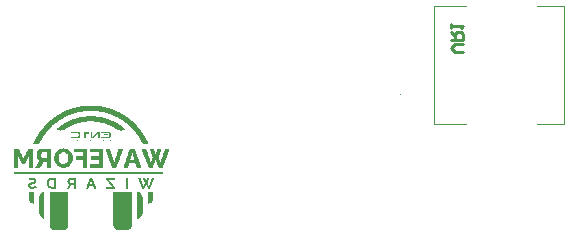
<source format=gbo>
G04*
G04 #@! TF.GenerationSoftware,Altium Limited,Altium Designer,23.2.1 (34)*
G04*
G04 Layer_Color=32896*
%FSLAX44Y44*%
%MOMM*%
G71*
G04*
G04 #@! TF.SameCoordinates,3219B47F-80F4-41BA-9109-FB6CE15A0C88*
G04*
G04*
G04 #@! TF.FilePolarity,Positive*
G04*
G01*
G75*
%ADD13C,0.1000*%
%ADD14C,0.2540*%
G36*
X87950Y193962D02*
X89907D01*
Y193717D01*
X91619D01*
Y193473D01*
X92597D01*
Y193228D01*
X93820D01*
Y192984D01*
X94798D01*
Y192739D01*
X95777D01*
Y192494D01*
X96511D01*
Y192250D01*
X97244D01*
Y192005D01*
X97978D01*
Y191761D01*
X98712D01*
Y191516D01*
X99446D01*
Y191271D01*
X99935D01*
Y191027D01*
X100669D01*
Y190782D01*
X101158D01*
Y190538D01*
X101647D01*
Y190293D01*
X102381D01*
Y190048D01*
X102870D01*
Y189804D01*
X103359D01*
Y189559D01*
X103848D01*
Y189315D01*
X104338D01*
Y189070D01*
X104827D01*
Y188825D01*
X105071D01*
Y188581D01*
X105561D01*
Y188336D01*
X106050D01*
Y188092D01*
X106539D01*
Y187847D01*
X106784D01*
Y187603D01*
X107273D01*
Y187358D01*
X107517D01*
Y187113D01*
X108006D01*
Y186869D01*
X108251D01*
Y186624D01*
X108740D01*
Y186380D01*
X108985D01*
Y186135D01*
X109474D01*
Y185890D01*
X109719D01*
Y185646D01*
X109963D01*
Y185401D01*
X110452D01*
Y185157D01*
X110697D01*
Y184912D01*
X110942D01*
Y184667D01*
X111186D01*
Y184423D01*
X111675D01*
Y184178D01*
X111920D01*
Y183934D01*
X112164D01*
Y183689D01*
X112409D01*
Y183444D01*
X112654D01*
Y183200D01*
X112898D01*
Y182955D01*
X112654D01*
Y182711D01*
X112164D01*
Y182466D01*
X111431D01*
Y182222D01*
X110208D01*
Y181977D01*
X108740D01*
Y182222D01*
X107273D01*
Y182466D01*
X106784D01*
Y182711D01*
X106294D01*
Y182955D01*
X105805D01*
Y183200D01*
X105316D01*
Y183444D01*
X105071D01*
Y183689D01*
X104582D01*
Y183934D01*
X104093D01*
Y184178D01*
X103848D01*
Y184423D01*
X103359D01*
Y184667D01*
X103115D01*
Y184912D01*
X102625D01*
Y185157D01*
X102136D01*
Y185401D01*
X101647D01*
Y185646D01*
X101158D01*
Y185890D01*
X100669D01*
Y186135D01*
X100180D01*
Y186380D01*
X99446D01*
Y186624D01*
X98956D01*
Y186869D01*
X98223D01*
Y187113D01*
X97734D01*
Y187358D01*
X97000D01*
Y187603D01*
X96266D01*
Y187847D01*
X95532D01*
Y188092D01*
X94798D01*
Y188336D01*
X93820D01*
Y188581D01*
X92842D01*
Y188825D01*
X91863D01*
Y189070D01*
X90396D01*
Y189315D01*
X88928D01*
Y189559D01*
X86727D01*
Y189804D01*
X80857D01*
Y189559D01*
X78655D01*
Y189315D01*
X77188D01*
Y189070D01*
X75720D01*
Y188825D01*
X74742D01*
Y188581D01*
X73763D01*
Y188336D01*
X72785D01*
Y188092D01*
X72051D01*
Y187847D01*
X71318D01*
Y187603D01*
X70584D01*
Y187358D01*
X69850D01*
Y187113D01*
X69361D01*
Y186869D01*
X68627D01*
Y186624D01*
X68138D01*
Y186380D01*
X67404D01*
Y186135D01*
X66915D01*
Y185890D01*
X66426D01*
Y185646D01*
X65936D01*
Y185401D01*
X65447D01*
Y185157D01*
X64958D01*
Y184912D01*
X64469D01*
Y184667D01*
X64224D01*
Y184423D01*
X63735D01*
Y184178D01*
X63491D01*
Y183934D01*
X63001D01*
Y183689D01*
X62512D01*
Y183444D01*
X62268D01*
Y183200D01*
X61778D01*
Y182955D01*
X61289D01*
Y182711D01*
X60800D01*
Y182466D01*
X60311D01*
Y182222D01*
X58843D01*
Y181977D01*
X57376D01*
Y182222D01*
X56153D01*
Y182466D01*
X55419D01*
Y182711D01*
X54930D01*
Y182955D01*
X54685D01*
Y183200D01*
X54930D01*
Y183444D01*
X55174D01*
Y183689D01*
X55419D01*
Y183934D01*
X55664D01*
Y184178D01*
X55908D01*
Y184423D01*
X56397D01*
Y184667D01*
X56642D01*
Y184912D01*
X56887D01*
Y185157D01*
X57131D01*
Y185401D01*
X57620D01*
Y185646D01*
X57865D01*
Y185890D01*
X58110D01*
Y186135D01*
X58599D01*
Y186380D01*
X58843D01*
Y186624D01*
X59332D01*
Y186869D01*
X59577D01*
Y187113D01*
X60066D01*
Y187358D01*
X60311D01*
Y187603D01*
X60800D01*
Y187847D01*
X61045D01*
Y188092D01*
X61534D01*
Y188336D01*
X62023D01*
Y188581D01*
X62512D01*
Y188825D01*
X62757D01*
Y189070D01*
X63246D01*
Y189315D01*
X63735D01*
Y189559D01*
X64224D01*
Y189804D01*
X64714D01*
Y190048D01*
X65203D01*
Y190293D01*
X65936D01*
Y190538D01*
X66426D01*
Y190782D01*
X66915D01*
Y191027D01*
X67649D01*
Y191271D01*
X68138D01*
Y191516D01*
X68872D01*
Y191761D01*
X69605D01*
Y192005D01*
X70339D01*
Y192250D01*
X71073D01*
Y192494D01*
X71807D01*
Y192739D01*
X72785D01*
Y192984D01*
X73763D01*
Y193228D01*
X74986D01*
Y193473D01*
X75965D01*
Y193717D01*
X77677D01*
Y193962D01*
X79634D01*
Y194207D01*
X87950D01*
Y193962D01*
D02*
G37*
G36*
X98467Y178553D02*
X98712D01*
Y178063D01*
X95288D01*
Y178797D01*
X98467D01*
Y178553D01*
D02*
G37*
G36*
X91130Y180754D02*
X91374D01*
Y175618D01*
X90151D01*
Y179776D01*
X89662D01*
Y179531D01*
X89173D01*
Y179042D01*
X88928D01*
Y178797D01*
X88684D01*
Y178553D01*
X88439D01*
Y178308D01*
X88194D01*
Y178063D01*
X87950D01*
Y177819D01*
X87705D01*
Y177330D01*
X87461D01*
Y177085D01*
X87216D01*
Y176840D01*
X86972D01*
Y176596D01*
X86727D01*
Y176351D01*
X86482D01*
Y176107D01*
X86238D01*
Y175862D01*
X85749D01*
Y175618D01*
X83792D01*
Y180754D01*
Y180998D01*
X84770D01*
Y176840D01*
X85504D01*
Y177085D01*
X85749D01*
Y177330D01*
X85993D01*
Y177574D01*
X86238D01*
Y177819D01*
X86482D01*
Y178063D01*
X86727D01*
Y178308D01*
X86972D01*
Y178797D01*
X87216D01*
Y179042D01*
X87461D01*
Y179286D01*
X87705D01*
Y179531D01*
X87950D01*
Y179776D01*
X88194D01*
Y180020D01*
X88439D01*
Y180265D01*
X88684D01*
Y180509D01*
X88928D01*
Y180754D01*
X89662D01*
Y180998D01*
X91130D01*
Y180754D01*
D02*
G37*
G36*
X99690D02*
X100180D01*
Y180265D01*
X100424D01*
Y176351D01*
X100180D01*
Y176107D01*
X99935D01*
Y175862D01*
X99446D01*
Y175618D01*
X92597D01*
Y176840D01*
X98956D01*
Y177085D01*
X99201D01*
Y179776D01*
X92842D01*
Y180020D01*
X92597D01*
Y180998D01*
X99690D01*
Y180754D01*
D02*
G37*
G36*
X73519D02*
X74253D01*
Y180509D01*
X74497D01*
Y180265D01*
X74742D01*
Y176351D01*
X74497D01*
Y176107D01*
X74253D01*
Y175862D01*
X74008D01*
Y175618D01*
X66915D01*
Y176840D01*
X73274D01*
Y177085D01*
X73519D01*
Y179531D01*
X73274D01*
Y179776D01*
X66915D01*
Y180998D01*
X73519D01*
Y180754D01*
D02*
G37*
G36*
X79145D02*
X82569D01*
Y179531D01*
X79389D01*
Y175373D01*
X78166D01*
Y179776D01*
X77677D01*
Y180020D01*
X77922D01*
Y180509D01*
X78166D01*
Y180754D01*
X78411D01*
Y180998D01*
X79145D01*
Y180754D01*
D02*
G37*
G36*
X97000Y173905D02*
X96755D01*
Y174150D01*
X97000D01*
Y173905D01*
D02*
G37*
G36*
X100424Y173661D02*
X100180D01*
Y173905D01*
X99446D01*
Y174150D01*
X100424D01*
Y173661D01*
D02*
G37*
G36*
X98956D02*
X98712D01*
Y173905D01*
X98956D01*
Y173661D01*
D02*
G37*
G36*
X95288D02*
X95043D01*
Y173905D01*
X95288D01*
Y173661D01*
D02*
G37*
G36*
X94554D02*
X94309D01*
Y173905D01*
X94554D01*
Y173661D01*
D02*
G37*
G36*
X94065D02*
X93820D01*
Y173905D01*
X94065D01*
Y173661D01*
D02*
G37*
G36*
X91863D02*
X91619D01*
Y173905D01*
X91863D01*
Y173661D01*
D02*
G37*
G36*
X88439D02*
X88194D01*
Y173905D01*
X88439D01*
Y173661D01*
D02*
G37*
G36*
X87461D02*
X86972D01*
Y173905D01*
X87216D01*
Y174150D01*
X87461D01*
Y173661D01*
D02*
G37*
G36*
X85504D02*
X85259D01*
Y173905D01*
X85504D01*
Y173661D01*
D02*
G37*
G36*
X84770D02*
X84526D01*
Y173905D01*
X84770D01*
Y173661D01*
D02*
G37*
G36*
X84281D02*
X84036D01*
Y173905D01*
X84281D01*
Y173661D01*
D02*
G37*
G36*
X83547D02*
X83303D01*
Y173905D01*
X83547D01*
Y173661D01*
D02*
G37*
G36*
X83058D02*
X82813D01*
Y173905D01*
X83058D01*
Y173661D01*
D02*
G37*
G36*
X82324D02*
X82080D01*
Y173905D01*
X82324D01*
Y173661D01*
D02*
G37*
G36*
X81590D02*
X81346D01*
Y173905D01*
X81590D01*
Y173661D01*
D02*
G37*
G36*
X80612D02*
X80123D01*
Y173905D01*
X80612D01*
Y173661D01*
D02*
G37*
G36*
X78900D02*
X78655D01*
Y173905D01*
X78900D01*
Y173661D01*
D02*
G37*
G36*
X78166D02*
X77922D01*
Y173905D01*
X78166D01*
Y173661D01*
D02*
G37*
G36*
X76943D02*
X76699D01*
Y173905D01*
X76943D01*
Y173661D01*
D02*
G37*
G36*
X75476Y173905D02*
Y173661D01*
X75231D01*
Y173905D01*
X74497D01*
Y174150D01*
X75476D01*
Y173905D01*
D02*
G37*
G36*
X73274Y173661D02*
X73030D01*
Y173905D01*
X73274D01*
Y173661D01*
D02*
G37*
G36*
X71562D02*
X71318D01*
Y173905D01*
X71562D01*
Y173661D01*
D02*
G37*
G36*
X70339D02*
X70095D01*
Y173905D01*
X70339D01*
Y173661D01*
D02*
G37*
G36*
X68872D02*
X68627D01*
Y173905D01*
X68872D01*
Y173661D01*
D02*
G37*
G36*
X67893D02*
X67404D01*
Y173905D01*
X67893D01*
Y173661D01*
D02*
G37*
G36*
X72785Y173416D02*
X72540D01*
Y173661D01*
X72296D01*
Y173905D01*
X72785D01*
Y173416D01*
D02*
G37*
G36*
X67160D02*
X66915D01*
Y173905D01*
X67160D01*
Y173416D01*
D02*
G37*
G36*
X87461Y203012D02*
X90151D01*
Y202767D01*
X91863D01*
Y202523D01*
X93331D01*
Y202278D01*
X94554D01*
Y202034D01*
X95532D01*
Y201789D01*
X96755D01*
Y201544D01*
X97489D01*
Y201300D01*
X98467D01*
Y201055D01*
X99201D01*
Y200811D01*
X99935D01*
Y200566D01*
X100669D01*
Y200321D01*
X101402D01*
Y200077D01*
X102136D01*
Y199832D01*
X102870D01*
Y199588D01*
X103359D01*
Y199343D01*
X104093D01*
Y199098D01*
X104582D01*
Y198854D01*
X105071D01*
Y198609D01*
X105805D01*
Y198365D01*
X106294D01*
Y198120D01*
X106784D01*
Y197875D01*
X107273D01*
Y197631D01*
X107762D01*
Y197386D01*
X108251D01*
Y197142D01*
X108740D01*
Y196897D01*
X109229D01*
Y196652D01*
X109474D01*
Y196408D01*
X109963D01*
Y196163D01*
X110452D01*
Y195919D01*
X110942D01*
Y195674D01*
X111186D01*
Y195429D01*
X111675D01*
Y195185D01*
X111920D01*
Y194940D01*
X112409D01*
Y194696D01*
X112898D01*
Y194451D01*
X113143D01*
Y194207D01*
X113632D01*
Y193962D01*
X113877D01*
Y193717D01*
X114121D01*
Y193473D01*
X114610D01*
Y193228D01*
X114855D01*
Y192984D01*
X115344D01*
Y192739D01*
X115589D01*
Y192494D01*
X115833D01*
Y192250D01*
X116078D01*
Y192005D01*
X116567D01*
Y191761D01*
X116812D01*
Y191516D01*
X117056D01*
Y191271D01*
X117301D01*
Y191027D01*
X117790D01*
Y190782D01*
X118035D01*
Y190538D01*
X118279D01*
Y190293D01*
X118524D01*
Y190048D01*
X118769D01*
Y189804D01*
X119013D01*
Y189559D01*
X119502D01*
Y189315D01*
X119747D01*
Y189070D01*
X119992D01*
Y188825D01*
X120236D01*
Y188581D01*
X120481D01*
Y188336D01*
X120725D01*
Y188092D01*
X120970D01*
Y187847D01*
X121214D01*
Y187603D01*
X121459D01*
Y187358D01*
X121704D01*
Y187113D01*
X121948D01*
Y186869D01*
X122193D01*
Y186624D01*
X122437D01*
Y186380D01*
X122682D01*
Y186135D01*
X122927D01*
Y185646D01*
X123171D01*
Y185401D01*
X123416D01*
Y185157D01*
X123660D01*
Y184912D01*
X123905D01*
Y184667D01*
X124150D01*
Y184423D01*
X124394D01*
Y183934D01*
X124639D01*
Y183689D01*
X124883D01*
Y183444D01*
X125128D01*
Y183200D01*
X125372D01*
Y182711D01*
X125617D01*
Y182466D01*
X125862D01*
Y182222D01*
X126106D01*
Y181977D01*
X126351D01*
Y181488D01*
X126595D01*
Y181243D01*
X126840D01*
Y180754D01*
X127085D01*
Y180509D01*
X127329D01*
Y180265D01*
X127574D01*
Y179776D01*
X127818D01*
Y179531D01*
X128063D01*
Y179042D01*
X128308D01*
Y178553D01*
X128552D01*
Y178308D01*
X128797D01*
Y177819D01*
X129041D01*
Y177574D01*
X129286D01*
Y177085D01*
X129531D01*
Y176596D01*
X129775D01*
Y176107D01*
X130020D01*
Y175862D01*
X130264D01*
Y175373D01*
X130509D01*
Y174884D01*
X130754D01*
Y174394D01*
X130998D01*
Y173905D01*
X131243D01*
Y173416D01*
X131487D01*
Y172927D01*
X131732D01*
Y172438D01*
X131976D01*
Y171704D01*
X132221D01*
Y171215D01*
X132466D01*
Y170970D01*
X127574D01*
Y171215D01*
X127329D01*
Y171704D01*
X127085D01*
Y172193D01*
X126840D01*
Y172682D01*
X126595D01*
Y173172D01*
X126351D01*
Y173661D01*
X126106D01*
Y174150D01*
X125862D01*
Y174394D01*
X125617D01*
Y174884D01*
X125372D01*
Y175373D01*
X125128D01*
Y175618D01*
X124883D01*
Y176107D01*
X124639D01*
Y176596D01*
X124394D01*
Y176840D01*
X124150D01*
Y177330D01*
X123905D01*
Y177574D01*
X123660D01*
Y178063D01*
X123416D01*
Y178308D01*
X123171D01*
Y178553D01*
X122927D01*
Y179042D01*
X122682D01*
Y179286D01*
X122437D01*
Y179531D01*
X122193D01*
Y180020D01*
X121948D01*
Y180265D01*
X121704D01*
Y180509D01*
X121459D01*
Y180998D01*
X121214D01*
Y181243D01*
X120970D01*
Y181488D01*
X120725D01*
Y181732D01*
X120481D01*
Y181977D01*
X120236D01*
Y182222D01*
X119992D01*
Y182711D01*
X119747D01*
Y182955D01*
X119502D01*
Y183200D01*
X119258D01*
Y183444D01*
X119013D01*
Y183689D01*
X118769D01*
Y183934D01*
X118524D01*
Y184178D01*
X118279D01*
Y184423D01*
X118035D01*
Y184667D01*
X117790D01*
Y184912D01*
X117546D01*
Y185157D01*
X117301D01*
Y185401D01*
X117056D01*
Y185646D01*
X116812D01*
Y185890D01*
X116567D01*
Y186135D01*
X116323D01*
Y186380D01*
X116078D01*
Y186624D01*
X115589D01*
Y186869D01*
X115344D01*
Y187113D01*
X115100D01*
Y187358D01*
X114855D01*
Y187603D01*
X114610D01*
Y187847D01*
X114366D01*
Y188092D01*
X113877D01*
Y188336D01*
X113632D01*
Y188581D01*
X113387D01*
Y188825D01*
X112898D01*
Y189070D01*
X112654D01*
Y189315D01*
X112409D01*
Y189559D01*
X111920D01*
Y189804D01*
X111675D01*
Y190048D01*
X111431D01*
Y190293D01*
X110942D01*
Y190538D01*
X110697D01*
Y190782D01*
X110208D01*
Y191027D01*
X109963D01*
Y191271D01*
X109474D01*
Y191516D01*
X108985D01*
Y191761D01*
X108740D01*
Y192005D01*
X108251D01*
Y192250D01*
X107762D01*
Y192494D01*
X107517D01*
Y192739D01*
X107028D01*
Y192984D01*
X106539D01*
Y193228D01*
X106050D01*
Y193473D01*
X105561D01*
Y193717D01*
X105071D01*
Y193962D01*
X104582D01*
Y194207D01*
X104093D01*
Y194451D01*
X103604D01*
Y194696D01*
X102870D01*
Y194940D01*
X102381D01*
Y195185D01*
X101647D01*
Y195429D01*
X101158D01*
Y195674D01*
X100424D01*
Y195919D01*
X99690D01*
Y196163D01*
X98956D01*
Y196408D01*
X98467D01*
Y196652D01*
X97489D01*
Y196897D01*
X96755D01*
Y197142D01*
X95777D01*
Y197386D01*
X94798D01*
Y197631D01*
X93575D01*
Y197875D01*
X92353D01*
Y198120D01*
X90885D01*
Y198365D01*
X89173D01*
Y198609D01*
X85993D01*
Y198854D01*
X81590D01*
Y198609D01*
X78411D01*
Y198365D01*
X76699D01*
Y198120D01*
X75231D01*
Y197875D01*
X74008D01*
Y197631D01*
X72785D01*
Y197386D01*
X71807D01*
Y197142D01*
X70828D01*
Y196897D01*
X70095D01*
Y196652D01*
X69116D01*
Y196408D01*
X68627D01*
Y196163D01*
X67893D01*
Y195919D01*
X67160D01*
Y195674D01*
X66426D01*
Y195429D01*
X65936D01*
Y195185D01*
X65203D01*
Y194940D01*
X64714D01*
Y194696D01*
X63980D01*
Y194451D01*
X63491D01*
Y194207D01*
X63001D01*
Y193962D01*
X62512D01*
Y193717D01*
X62023D01*
Y193473D01*
X61534D01*
Y193228D01*
X61045D01*
Y192984D01*
X60556D01*
Y192739D01*
X60066D01*
Y192494D01*
X59822D01*
Y192250D01*
X59332D01*
Y192005D01*
X58843D01*
Y191761D01*
X58599D01*
Y191516D01*
X58110D01*
Y191271D01*
X57620D01*
Y191027D01*
X57376D01*
Y190782D01*
X56887D01*
Y190538D01*
X56642D01*
Y190293D01*
X56153D01*
Y190048D01*
X55908D01*
Y189804D01*
X55664D01*
Y189559D01*
X55174D01*
Y189315D01*
X54930D01*
Y189070D01*
X54685D01*
Y188825D01*
X54196D01*
Y188581D01*
X53952D01*
Y188336D01*
X53707D01*
Y188092D01*
X53218D01*
Y187847D01*
X52973D01*
Y187603D01*
X52729D01*
Y187358D01*
X52484D01*
Y187113D01*
X52239D01*
Y186869D01*
X51995D01*
Y186624D01*
X51506D01*
Y186380D01*
X51261D01*
Y186135D01*
X51016D01*
Y185890D01*
X50772D01*
Y185646D01*
X50527D01*
Y185401D01*
X50283D01*
Y185157D01*
X50038D01*
Y184912D01*
X49793D01*
Y184667D01*
X49549D01*
Y184423D01*
X49304D01*
Y184178D01*
X49060D01*
Y183934D01*
X48815D01*
Y183689D01*
X48570D01*
Y183444D01*
X48326D01*
Y183200D01*
X48081D01*
Y182955D01*
X47837D01*
Y182711D01*
X47592D01*
Y182222D01*
X47347D01*
Y181977D01*
X47103D01*
Y181732D01*
X46858D01*
Y181488D01*
X46614D01*
Y181243D01*
X46369D01*
Y180998D01*
X46125D01*
Y180509D01*
X45880D01*
Y180265D01*
X45635D01*
Y180020D01*
X45391D01*
Y179531D01*
X45146D01*
Y179286D01*
X44902D01*
Y179042D01*
X44657D01*
Y178553D01*
X44412D01*
Y178308D01*
X44168D01*
Y178063D01*
X43923D01*
Y177574D01*
X43679D01*
Y177330D01*
X43434D01*
Y176840D01*
X43189D01*
Y176596D01*
X42945D01*
Y176107D01*
X42700D01*
Y175618D01*
X42456D01*
Y175373D01*
X42211D01*
Y174884D01*
X41966D01*
Y174394D01*
X41722D01*
Y174150D01*
X41477D01*
Y173661D01*
X41233D01*
Y173172D01*
X40988D01*
Y172682D01*
X40743D01*
Y172193D01*
X40499D01*
Y171704D01*
X40254D01*
Y171215D01*
X40010D01*
Y170970D01*
X35118D01*
Y171215D01*
X35362D01*
Y171949D01*
X35607D01*
Y172438D01*
X35852D01*
Y172927D01*
X36096D01*
Y173416D01*
X36341D01*
Y173905D01*
X36585D01*
Y174394D01*
X36830D01*
Y174884D01*
X37075D01*
Y175128D01*
Y175373D01*
X37319D01*
Y175862D01*
X37564D01*
Y176351D01*
X37808D01*
Y176596D01*
X38053D01*
Y177085D01*
X38298D01*
Y177574D01*
X38542D01*
Y177819D01*
X38787D01*
Y178308D01*
X39031D01*
Y178553D01*
X39276D01*
Y179042D01*
X39520D01*
Y179531D01*
X39765D01*
Y179776D01*
X40010D01*
Y180265D01*
X40254D01*
Y180509D01*
X40499D01*
Y180754D01*
X40743D01*
Y181243D01*
X40988D01*
Y181488D01*
X41233D01*
Y181732D01*
X41477D01*
Y182222D01*
X41722D01*
Y182466D01*
X41966D01*
Y182711D01*
X42211D01*
Y183200D01*
X42456D01*
Y183444D01*
X42700D01*
Y183689D01*
X42945D01*
Y183934D01*
X43189D01*
Y184423D01*
X43434D01*
Y184667D01*
X43679D01*
Y184912D01*
X43923D01*
Y185157D01*
X44168D01*
Y185401D01*
X44412D01*
Y185646D01*
X44657D01*
Y185890D01*
X44902D01*
Y186380D01*
X45146D01*
Y186624D01*
X45391D01*
Y186869D01*
X45635D01*
Y187113D01*
X45880D01*
Y187358D01*
X46125D01*
Y187603D01*
X46369D01*
Y187847D01*
X46614D01*
Y188092D01*
X46858D01*
Y188336D01*
X47103D01*
Y188581D01*
X47347D01*
Y188825D01*
X47592D01*
Y189070D01*
X47837D01*
Y189315D01*
X48326D01*
Y189559D01*
X48570D01*
Y189804D01*
X48815D01*
Y190048D01*
X49060D01*
Y190293D01*
X49304D01*
Y190538D01*
X49549D01*
Y190782D01*
X49793D01*
Y191027D01*
X50283D01*
Y191271D01*
X50527D01*
Y191516D01*
X50772D01*
Y191761D01*
X51016D01*
Y192005D01*
X51506D01*
Y192250D01*
X51750D01*
Y192494D01*
X51995D01*
Y192739D01*
X52239D01*
Y192984D01*
X52729D01*
Y193228D01*
X52973D01*
Y193473D01*
X53462D01*
Y193717D01*
X53707D01*
Y193962D01*
X54196D01*
Y194207D01*
X54441D01*
Y194451D01*
X54685D01*
Y194696D01*
X55174D01*
Y194940D01*
X55664D01*
Y195185D01*
X55908D01*
Y195429D01*
X56397D01*
Y195674D01*
X56642D01*
Y195919D01*
X57131D01*
Y196163D01*
X57620D01*
Y196408D01*
X58110D01*
Y196652D01*
X58354D01*
Y196897D01*
X58843D01*
Y197142D01*
X59332D01*
Y197386D01*
X59822D01*
Y197631D01*
X60311D01*
Y197875D01*
X60800D01*
Y198120D01*
X61289D01*
Y198365D01*
X61778D01*
Y198609D01*
X62512D01*
Y198854D01*
X63001D01*
Y199098D01*
X63491D01*
Y199343D01*
X64224D01*
Y199588D01*
X64714D01*
Y199832D01*
X65447D01*
Y200077D01*
X66181D01*
Y200321D01*
X66915D01*
Y200566D01*
X67649D01*
Y200811D01*
X68382D01*
Y201055D01*
X69116D01*
Y201300D01*
X70095D01*
Y201544D01*
X70828D01*
Y201789D01*
X72051D01*
Y202034D01*
X73030D01*
Y202278D01*
X74253D01*
Y202523D01*
X75720D01*
Y202767D01*
X77432D01*
Y203012D01*
X80123D01*
Y203256D01*
X87461D01*
Y203012D01*
D02*
G37*
G36*
X35118Y150669D02*
X31204D01*
Y159964D01*
X30960D01*
Y159474D01*
X30715D01*
Y158985D01*
X30471D01*
Y158496D01*
X30226D01*
Y158007D01*
X29981D01*
Y157518D01*
X29737D01*
Y157028D01*
X29492D01*
Y156539D01*
X29248D01*
Y156050D01*
X29003D01*
Y155561D01*
X28758D01*
Y155072D01*
X28514D01*
Y154583D01*
X28269D01*
Y154093D01*
X28025D01*
Y153604D01*
X27780D01*
Y153360D01*
X25579D01*
Y153849D01*
X25334D01*
Y154338D01*
X25090D01*
Y154827D01*
X24845D01*
Y155316D01*
X24600D01*
Y155806D01*
X24356D01*
Y156295D01*
X24111D01*
Y156784D01*
X23867D01*
Y157273D01*
X23622D01*
Y157762D01*
X23377D01*
Y158251D01*
X23133D01*
Y158741D01*
X22888D01*
Y159230D01*
X22644D01*
Y159719D01*
X22399D01*
Y159964D01*
X22154D01*
Y158985D01*
Y158741D01*
Y150669D01*
X18486D01*
Y166812D01*
X22644D01*
Y166323D01*
X22888D01*
Y165834D01*
X23133D01*
Y165345D01*
X23377D01*
Y164855D01*
X23622D01*
Y164366D01*
X23867D01*
Y163877D01*
X24111D01*
Y163388D01*
X24356D01*
Y162899D01*
X24600D01*
Y162409D01*
X24845D01*
Y161920D01*
X25090D01*
Y161431D01*
X25334D01*
Y160942D01*
X25579D01*
Y160453D01*
X25823D01*
Y159964D01*
X26068D01*
Y159474D01*
X26312D01*
Y158985D01*
X26557D01*
Y158496D01*
X26802D01*
Y158741D01*
X27046D01*
Y159230D01*
X27291D01*
Y159719D01*
X27536D01*
Y160208D01*
X27780D01*
Y160697D01*
X28025D01*
Y161187D01*
X28269D01*
Y161676D01*
X28514D01*
Y162165D01*
X28758D01*
Y162654D01*
X29003D01*
Y163143D01*
X29248D01*
Y163632D01*
X29492D01*
Y164122D01*
X29737D01*
Y164611D01*
X29981D01*
Y165100D01*
X30226D01*
Y165589D01*
X30471D01*
Y166078D01*
X30715D01*
Y166568D01*
X30960D01*
Y166812D01*
X35118D01*
Y150669D01*
D02*
G37*
G36*
X111186Y166078D02*
X110942D01*
Y165589D01*
X110697D01*
Y164855D01*
X110452D01*
Y164122D01*
X110208D01*
Y163632D01*
X109963D01*
Y162899D01*
X109719D01*
Y162165D01*
X109474D01*
Y161431D01*
X109229D01*
Y160942D01*
X108985D01*
Y160208D01*
X108740D01*
Y159474D01*
X108496D01*
Y158741D01*
X108251D01*
Y158251D01*
X108006D01*
Y157518D01*
X107762D01*
Y156784D01*
X107517D01*
Y156295D01*
X107273D01*
Y155561D01*
X107028D01*
Y154827D01*
X106784D01*
Y154093D01*
X106539D01*
Y153604D01*
X106294D01*
Y152870D01*
X106050D01*
Y152137D01*
X105805D01*
Y151403D01*
X105561D01*
Y150914D01*
X105316D01*
Y150669D01*
X101647D01*
Y151158D01*
X101402D01*
Y151892D01*
X101158D01*
Y152626D01*
X100913D01*
Y153115D01*
X100669D01*
Y153849D01*
X100424D01*
Y154583D01*
X100180D01*
Y155316D01*
X99935D01*
Y155806D01*
X99690D01*
Y156539D01*
X99446D01*
Y157273D01*
X99201D01*
Y158007D01*
X98956D01*
Y158496D01*
X98712D01*
Y159230D01*
X98467D01*
Y159964D01*
X98223D01*
Y160697D01*
X97978D01*
Y161187D01*
X97734D01*
Y161920D01*
X97489D01*
Y162654D01*
X97244D01*
Y163388D01*
X97000D01*
Y163877D01*
X96755D01*
Y164611D01*
X96511D01*
Y165345D01*
X96266D01*
Y166078D01*
X96021D01*
Y166568D01*
X95777D01*
Y166812D01*
X99935D01*
Y166078D01*
X100180D01*
Y165100D01*
X100424D01*
Y164366D01*
X100669D01*
Y163632D01*
X100913D01*
Y162899D01*
X101158D01*
Y162165D01*
X101402D01*
Y161431D01*
X101647D01*
Y160697D01*
X101892D01*
Y159719D01*
X102136D01*
Y158985D01*
X102381D01*
Y158251D01*
X102625D01*
Y157518D01*
X102870D01*
Y156784D01*
X103115D01*
Y156050D01*
X103359D01*
Y155316D01*
X103604D01*
Y155561D01*
X103848D01*
Y156295D01*
X104093D01*
Y157273D01*
X104338D01*
Y158007D01*
X104582D01*
Y158741D01*
X104827D01*
Y159474D01*
X105071D01*
Y160208D01*
X105316D01*
Y160942D01*
X105561D01*
Y161676D01*
X105805D01*
Y162409D01*
X106050D01*
Y163143D01*
X106294D01*
Y163877D01*
X106539D01*
Y164855D01*
X106784D01*
Y165589D01*
X107028D01*
Y166323D01*
X107273D01*
Y166812D01*
X111186D01*
Y166078D01*
D02*
G37*
G36*
X150810Y166568D02*
X150566D01*
Y166078D01*
X150321D01*
Y165345D01*
X150076D01*
Y164855D01*
X149832D01*
Y164122D01*
X149587D01*
Y163632D01*
X149343D01*
Y162899D01*
X149098D01*
Y162165D01*
X148853D01*
Y161676D01*
X148609D01*
Y160942D01*
X148364D01*
Y160453D01*
X148120D01*
Y159719D01*
X147875D01*
Y159230D01*
X147630D01*
Y158496D01*
X147386D01*
Y157762D01*
X147141D01*
Y157273D01*
X146897D01*
Y156539D01*
X146652D01*
Y156050D01*
X146407D01*
Y155316D01*
X146163D01*
Y154827D01*
X145918D01*
Y154093D01*
X145674D01*
Y153360D01*
X145429D01*
Y152870D01*
X145184D01*
Y152137D01*
X144940D01*
Y151647D01*
X144695D01*
Y150914D01*
X144451D01*
Y150669D01*
X141271D01*
Y150914D01*
X141026D01*
Y151403D01*
X140782D01*
Y151892D01*
X140537D01*
Y152626D01*
X140293D01*
Y153115D01*
X140048D01*
Y153849D01*
X139803D01*
Y154338D01*
X139559D01*
Y155072D01*
X139314D01*
Y155561D01*
X139070D01*
Y156050D01*
X138825D01*
Y156784D01*
X138336D01*
Y156050D01*
X138091D01*
Y155561D01*
X137847D01*
Y154827D01*
X137602D01*
Y154338D01*
X137358D01*
Y153849D01*
X137113D01*
Y153115D01*
X136868D01*
Y152626D01*
X136624D01*
Y151892D01*
X136379D01*
Y151403D01*
X136135D01*
Y150669D01*
X132710D01*
Y151158D01*
X132466D01*
Y151647D01*
X132221D01*
Y152381D01*
X131976D01*
Y152870D01*
X131732D01*
Y153604D01*
X131487D01*
Y154093D01*
X131243D01*
Y154827D01*
X130998D01*
Y155316D01*
X130754D01*
Y156050D01*
X130509D01*
Y156784D01*
X130264D01*
Y157273D01*
X130020D01*
Y158007D01*
X129775D01*
Y158496D01*
X129531D01*
Y159230D01*
X129286D01*
Y159719D01*
X129041D01*
Y160453D01*
X128797D01*
Y161187D01*
X128552D01*
Y161676D01*
X128308D01*
Y162409D01*
X128063D01*
Y162899D01*
X127818D01*
Y163632D01*
X127574D01*
Y164122D01*
X127329D01*
Y164855D01*
X127085D01*
Y165345D01*
X126840D01*
Y166078D01*
X126595D01*
Y166812D01*
X130509D01*
Y166568D01*
X130754D01*
Y165834D01*
X130998D01*
Y165100D01*
X131243D01*
Y164366D01*
X131487D01*
Y163632D01*
X131732D01*
Y162899D01*
X131976D01*
Y162165D01*
X132221D01*
Y161431D01*
X132466D01*
Y160697D01*
X132710D01*
Y159964D01*
X132955D01*
Y159230D01*
X133200D01*
Y158496D01*
X133444D01*
Y158007D01*
X133689D01*
Y157273D01*
X133933D01*
Y156539D01*
X134178D01*
Y155806D01*
X134422D01*
Y155072D01*
X134667D01*
Y155561D01*
X134912D01*
Y156295D01*
X135156D01*
Y156784D01*
X135401D01*
Y157518D01*
X135645D01*
Y158251D01*
X135890D01*
Y158741D01*
X136135D01*
Y159719D01*
X135890D01*
Y160453D01*
X135645D01*
Y161187D01*
X135401D01*
Y161920D01*
X135156D01*
Y162409D01*
X134912D01*
Y163143D01*
X134667D01*
Y163877D01*
X134422D01*
Y164611D01*
X134178D01*
Y165100D01*
X133933D01*
Y165834D01*
X133689D01*
Y166568D01*
X133444D01*
Y166812D01*
X136868D01*
Y166568D01*
X137113D01*
Y165834D01*
X137358D01*
Y165100D01*
X137602D01*
Y164366D01*
X137847D01*
Y163632D01*
X138091D01*
Y162899D01*
X138336D01*
Y162165D01*
X138581D01*
Y161920D01*
X138825D01*
Y162654D01*
X139070D01*
Y163388D01*
X139314D01*
Y164122D01*
X139559D01*
Y165100D01*
X139803D01*
Y165834D01*
X140048D01*
Y166568D01*
X140293D01*
Y166812D01*
X143717D01*
Y166568D01*
X143472D01*
Y165834D01*
X143228D01*
Y165100D01*
X142983D01*
Y164366D01*
X142739D01*
Y163877D01*
X142494D01*
Y163143D01*
X142249D01*
Y162409D01*
X142005D01*
Y161676D01*
X141760D01*
Y160942D01*
X141516D01*
Y160453D01*
X141271D01*
Y159719D01*
X141026D01*
Y158985D01*
X141271D01*
Y158251D01*
X141516D01*
Y157518D01*
X141760D01*
Y157028D01*
X142005D01*
Y156295D01*
X142249D01*
Y155561D01*
X142494D01*
Y155072D01*
X142739D01*
Y155806D01*
X142983D01*
Y156539D01*
X143228D01*
Y157028D01*
X143472D01*
Y157762D01*
X143717D01*
Y158496D01*
X143962D01*
Y159230D01*
X144206D01*
Y159964D01*
X144451D01*
Y160697D01*
X144695D01*
Y161431D01*
X144940D01*
Y162165D01*
X145184D01*
Y162899D01*
X145429D01*
Y163632D01*
X145674D01*
Y164122D01*
X145918D01*
Y164855D01*
X146163D01*
Y165589D01*
X146407D01*
Y166323D01*
X146652D01*
Y166812D01*
X150810D01*
Y166568D01*
D02*
G37*
G36*
X120970Y166323D02*
X121214D01*
Y165589D01*
X121459D01*
Y164855D01*
X121704D01*
Y164122D01*
X121948D01*
Y163388D01*
X122193D01*
Y162654D01*
X122437D01*
Y162165D01*
X122682D01*
Y161431D01*
X122927D01*
Y160697D01*
X123171D01*
Y159964D01*
X123416D01*
Y159230D01*
X123660D01*
Y158496D01*
X123905D01*
Y157762D01*
X124150D01*
Y157028D01*
X124394D01*
Y156295D01*
X124639D01*
Y155561D01*
X124883D01*
Y155072D01*
X125128D01*
Y154338D01*
X125372D01*
Y153604D01*
X125617D01*
Y152870D01*
X125862D01*
Y152137D01*
X126106D01*
Y151403D01*
X126351D01*
Y150669D01*
X122682D01*
Y150914D01*
X122437D01*
Y151647D01*
X122193D01*
Y152381D01*
X121948D01*
Y153115D01*
X121704D01*
Y153849D01*
X121459D01*
Y154338D01*
X116323D01*
Y153849D01*
X116078D01*
Y153115D01*
X115833D01*
Y152381D01*
X115589D01*
Y151647D01*
X115344D01*
Y150914D01*
X115100D01*
Y150669D01*
X111431D01*
Y151403D01*
X111675D01*
Y152137D01*
X111920D01*
Y152870D01*
X112164D01*
Y153604D01*
X112409D01*
Y154338D01*
X112654D01*
Y155072D01*
X112898D01*
Y155806D01*
X113143D01*
Y156539D01*
X113387D01*
Y157028D01*
X113632D01*
Y157762D01*
X113877D01*
Y158496D01*
X114121D01*
Y159230D01*
X114366D01*
Y159964D01*
X114610D01*
Y160697D01*
X114855D01*
Y161431D01*
X115100D01*
Y162165D01*
X115344D01*
Y162899D01*
X115589D01*
Y163632D01*
X115833D01*
Y164366D01*
X116078D01*
Y164855D01*
X116323D01*
Y165589D01*
X116567D01*
Y166323D01*
X116812D01*
Y166812D01*
X120970D01*
Y166323D01*
D02*
G37*
G36*
X94309Y150669D02*
X83058D01*
Y153849D01*
X90396D01*
Y154093D01*
X90640D01*
Y157273D01*
X90396D01*
Y157518D01*
X84281D01*
Y160453D01*
X90640D01*
Y163632D01*
X83058D01*
Y166812D01*
X94309D01*
Y150669D01*
D02*
G37*
G36*
X80612D02*
X76943D01*
Y157028D01*
X70828D01*
Y157273D01*
Y159964D01*
X71073D01*
Y160208D01*
X76943D01*
Y163632D01*
X69605D01*
Y166812D01*
X80612D01*
Y150669D01*
D02*
G37*
G36*
X50283D02*
X46614D01*
Y155806D01*
X43923D01*
Y155561D01*
X43679D01*
Y155072D01*
X43434D01*
Y154583D01*
X43189D01*
Y154338D01*
X42945D01*
Y153849D01*
X42700D01*
Y153360D01*
X42456D01*
Y153115D01*
X42211D01*
Y152626D01*
X41966D01*
Y152137D01*
X41722D01*
Y151892D01*
X41477D01*
Y151403D01*
X41233D01*
Y150914D01*
X40988D01*
Y150669D01*
X36830D01*
Y150914D01*
X37075D01*
Y151403D01*
X37319D01*
Y151647D01*
X37564D01*
Y152137D01*
X37808D01*
Y152626D01*
X38053D01*
Y152870D01*
X38298D01*
Y153360D01*
X38542D01*
Y153849D01*
X38787D01*
Y154338D01*
X39031D01*
Y154583D01*
X39276D01*
Y155072D01*
X39520D01*
Y155561D01*
X39765D01*
Y155806D01*
X40010D01*
Y156295D01*
X40254D01*
Y156784D01*
X40010D01*
Y157028D01*
X39765D01*
Y157273D01*
X39520D01*
Y157518D01*
X39276D01*
Y157762D01*
X39031D01*
Y158007D01*
X38787D01*
Y158251D01*
X38542D01*
Y158741D01*
X38298D01*
Y159230D01*
X38053D01*
Y159964D01*
X37808D01*
Y162899D01*
X38053D01*
Y163388D01*
X38298D01*
Y163877D01*
X38542D01*
Y164366D01*
X38787D01*
Y164855D01*
X39031D01*
Y165100D01*
X39276D01*
Y165345D01*
X39520D01*
Y165589D01*
X39765D01*
Y165834D01*
X40254D01*
Y166078D01*
X40499D01*
Y166323D01*
X40988D01*
Y166568D01*
X41722D01*
Y166812D01*
X50283D01*
Y150669D01*
D02*
G37*
G36*
X61045Y166812D02*
X62512D01*
Y166568D01*
X63491D01*
Y166323D01*
X63980D01*
Y166078D01*
X64469D01*
Y165834D01*
X64958D01*
Y165589D01*
X65203D01*
Y165345D01*
X65447D01*
Y165100D01*
X65936D01*
Y164855D01*
X66181D01*
Y164611D01*
X66426D01*
Y164122D01*
X66670D01*
Y163877D01*
X66915D01*
Y163632D01*
X67160D01*
Y163388D01*
X67404D01*
Y162899D01*
X67649D01*
Y162409D01*
X67893D01*
Y161920D01*
X68138D01*
Y161187D01*
X68382D01*
Y160208D01*
X68627D01*
Y157518D01*
X68382D01*
Y156295D01*
X68138D01*
Y155561D01*
X67893D01*
Y155072D01*
X67649D01*
Y154583D01*
X67404D01*
Y154338D01*
X67160D01*
Y153849D01*
X66915D01*
Y153604D01*
X66670D01*
Y153360D01*
X66426D01*
Y152870D01*
X66181D01*
Y152626D01*
X65692D01*
Y152381D01*
X65447D01*
Y152137D01*
X65203D01*
Y151892D01*
X64958D01*
Y151647D01*
X64469D01*
Y151403D01*
X63980D01*
Y151158D01*
X63491D01*
Y150914D01*
X62757D01*
Y150669D01*
X60800D01*
Y150424D01*
X60311D01*
Y150669D01*
X58599D01*
Y150914D01*
X57865D01*
Y151158D01*
X57131D01*
Y151403D01*
X56642D01*
Y151647D01*
X56397D01*
Y151892D01*
X55908D01*
Y152137D01*
X55664D01*
Y152381D01*
X55419D01*
Y152626D01*
X55174D01*
Y152870D01*
X54930D01*
Y153115D01*
X54685D01*
Y153360D01*
X54441D01*
Y153604D01*
X54196D01*
Y153849D01*
X53952D01*
Y154338D01*
X53707D01*
Y154583D01*
X53462D01*
Y155072D01*
X53218D01*
Y155561D01*
X52973D01*
Y156295D01*
X52729D01*
Y157518D01*
X52484D01*
Y159964D01*
X52729D01*
Y160942D01*
X52973D01*
Y161676D01*
X53218D01*
Y162409D01*
X53462D01*
Y162899D01*
X53707D01*
Y163143D01*
X53952D01*
Y163632D01*
X54196D01*
Y163877D01*
X54441D01*
Y164122D01*
X54685D01*
Y164366D01*
X54930D01*
Y164611D01*
X55174D01*
Y164855D01*
X55419D01*
Y165100D01*
X55664D01*
Y165345D01*
X55908D01*
Y165589D01*
X56153D01*
Y165834D01*
X56642D01*
Y166078D01*
X57131D01*
Y166323D01*
X57620D01*
Y166568D01*
X58354D01*
Y166812D01*
X59822D01*
Y167057D01*
X61045D01*
Y166812D01*
D02*
G37*
G36*
X144695Y145288D02*
X144451D01*
Y145043D01*
X18486D01*
Y147000D01*
X144695D01*
Y145288D01*
D02*
G37*
G36*
X137358Y141619D02*
X137113D01*
Y140885D01*
X136868D01*
Y140396D01*
X136624D01*
Y139662D01*
X136379D01*
Y139173D01*
X136135D01*
Y138439D01*
X135890D01*
Y137950D01*
X135645D01*
Y137216D01*
X135401D01*
Y136727D01*
X135156D01*
Y135993D01*
X134912D01*
Y135504D01*
X134667D01*
Y134770D01*
X134422D01*
Y134281D01*
X134178D01*
Y133548D01*
X133933D01*
Y133058D01*
X133689D01*
Y132814D01*
X132221D01*
Y133058D01*
X131976D01*
Y133548D01*
X131732D01*
Y134281D01*
X131487D01*
Y134770D01*
X131243D01*
Y135260D01*
X130998D01*
Y135993D01*
X130754D01*
Y136483D01*
X130509D01*
Y136238D01*
X130264D01*
Y135749D01*
X130020D01*
Y135015D01*
X129775D01*
Y134526D01*
X129531D01*
Y134037D01*
X129286D01*
Y133303D01*
X129041D01*
Y132814D01*
X127329D01*
Y133303D01*
X127085D01*
Y133792D01*
X126840D01*
Y134526D01*
X126595D01*
Y135015D01*
X126351D01*
Y135749D01*
X126106D01*
Y136238D01*
X125862D01*
Y136972D01*
X125617D01*
Y137461D01*
X125372D01*
Y138195D01*
X125128D01*
Y138684D01*
X124883D01*
Y139418D01*
X124639D01*
Y139907D01*
X124394D01*
Y140641D01*
X124150D01*
Y141130D01*
X123905D01*
Y141864D01*
X123660D01*
Y142108D01*
X125617D01*
Y141864D01*
X125862D01*
Y141130D01*
X126106D01*
Y140396D01*
X126351D01*
Y139662D01*
X126595D01*
Y139173D01*
X126840D01*
Y138439D01*
X127085D01*
Y137706D01*
X127329D01*
Y136972D01*
X127574D01*
Y136483D01*
X127818D01*
Y135749D01*
X128063D01*
Y135015D01*
X128308D01*
Y135260D01*
X128552D01*
Y135993D01*
X128797D01*
Y136483D01*
X129041D01*
Y137216D01*
X129286D01*
Y138439D01*
X129041D01*
Y139173D01*
X128797D01*
Y139907D01*
X128552D01*
Y140396D01*
X128308D01*
Y141130D01*
X128063D01*
Y141864D01*
X127818D01*
Y142108D01*
X129531D01*
Y141619D01*
X129775D01*
Y140885D01*
X130020D01*
Y140152D01*
X130264D01*
Y139418D01*
X130509D01*
Y139173D01*
X130754D01*
Y139907D01*
X130998D01*
Y140641D01*
X131243D01*
Y141375D01*
X131487D01*
Y141864D01*
X131732D01*
Y142108D01*
X133200D01*
Y141619D01*
X132955D01*
Y140885D01*
X132710D01*
Y140152D01*
X132466D01*
Y139662D01*
X132221D01*
Y138929D01*
X131976D01*
Y138195D01*
X131732D01*
Y137461D01*
X131976D01*
Y136727D01*
X132221D01*
Y136238D01*
X132466D01*
Y135504D01*
X132710D01*
Y135015D01*
X132955D01*
Y135504D01*
X133200D01*
Y135993D01*
Y136238D01*
X133444D01*
Y136727D01*
X133689D01*
Y137461D01*
X133933D01*
Y138195D01*
X134178D01*
Y138929D01*
X134422D01*
Y139418D01*
X134667D01*
Y140152D01*
X134912D01*
Y140885D01*
X135156D01*
Y141375D01*
X135401D01*
Y142108D01*
X137358D01*
Y141619D01*
D02*
G37*
G36*
X114855Y135504D02*
Y135260D01*
Y132814D01*
X113143D01*
Y142108D01*
X114855D01*
Y135504D01*
D02*
G37*
G36*
X103848Y140641D02*
X103604D01*
Y140396D01*
X98956D01*
Y140152D01*
X99201D01*
Y139907D01*
X99446D01*
Y139418D01*
X99690D01*
Y139173D01*
X99935D01*
Y138929D01*
X100180D01*
Y138684D01*
X100424D01*
Y138439D01*
X100669D01*
Y137950D01*
X100913D01*
Y137706D01*
X101158D01*
Y137461D01*
X101402D01*
Y137216D01*
X101647D01*
Y136727D01*
X101892D01*
Y136483D01*
X102136D01*
Y136238D01*
X102381D01*
Y135993D01*
X102625D01*
Y135749D01*
X102870D01*
Y135260D01*
X103115D01*
Y135015D01*
X103359D01*
Y134770D01*
X103604D01*
Y134526D01*
X103848D01*
Y132814D01*
X96511D01*
Y134281D01*
X101402D01*
Y134770D01*
X101158D01*
Y135260D01*
X100913D01*
Y135504D01*
X100669D01*
Y135749D01*
X100424D01*
Y135993D01*
X100180D01*
Y136483D01*
X99935D01*
Y136727D01*
X99690D01*
Y136972D01*
X99446D01*
Y137216D01*
X99201D01*
Y137706D01*
X98956D01*
Y137950D01*
X98712D01*
Y138195D01*
X98467D01*
Y138684D01*
X98223D01*
Y138929D01*
X97978D01*
Y139173D01*
X97734D01*
Y139418D01*
X97489D01*
Y139907D01*
X97244D01*
Y140152D01*
X97000D01*
Y140396D01*
X96755D01*
Y142108D01*
X103848D01*
Y140641D01*
D02*
G37*
G36*
X85015Y141375D02*
X85259D01*
Y140641D01*
X85504D01*
Y140152D01*
X85749D01*
Y139418D01*
X85993D01*
Y138684D01*
X86238D01*
Y138195D01*
X86482D01*
Y137461D01*
X86727D01*
Y136727D01*
X86972D01*
Y135993D01*
X87216D01*
Y135504D01*
X87461D01*
Y134770D01*
X87705D01*
Y134037D01*
X87950D01*
Y133548D01*
X88194D01*
Y132814D01*
X86482D01*
Y133058D01*
X86238D01*
Y133792D01*
X85993D01*
Y134526D01*
X85749D01*
Y135015D01*
X82324D01*
Y134770D01*
X82080D01*
Y134037D01*
X81835D01*
Y133303D01*
X81590D01*
Y132814D01*
X79634D01*
Y133058D01*
X79878D01*
Y133792D01*
X80123D01*
Y134281D01*
X80367D01*
Y135015D01*
X80612D01*
Y135749D01*
X80857D01*
Y136483D01*
X81101D01*
Y136972D01*
X81346D01*
Y137706D01*
X81590D01*
Y138439D01*
X81835D01*
Y138929D01*
X82080D01*
Y139662D01*
X82324D01*
Y140396D01*
X82569D01*
Y141130D01*
X82813D01*
Y141619D01*
X83058D01*
Y142108D01*
X85015D01*
Y141375D01*
D02*
G37*
G36*
X70828Y136483D02*
Y136238D01*
Y132814D01*
X69116D01*
Y135749D01*
X68872D01*
Y135993D01*
X67160D01*
Y135504D01*
X66915D01*
Y135260D01*
X66670D01*
Y134770D01*
X66426D01*
Y134281D01*
X66181D01*
Y134037D01*
X65936D01*
Y133548D01*
X65692D01*
Y133303D01*
X65447D01*
Y132814D01*
X63491D01*
Y133303D01*
X63735D01*
Y133548D01*
X63980D01*
Y134037D01*
X64224D01*
Y134526D01*
X64469D01*
Y134770D01*
X64714D01*
Y135260D01*
X64958D01*
Y135749D01*
X65203D01*
Y135993D01*
X65447D01*
Y136483D01*
X64958D01*
Y136727D01*
X64714D01*
Y136972D01*
X64469D01*
Y137216D01*
X64224D01*
Y137706D01*
X63980D01*
Y138439D01*
X63735D01*
Y139662D01*
X63980D01*
Y140396D01*
X64224D01*
Y140641D01*
X64469D01*
Y141130D01*
X64714D01*
Y141375D01*
X64958D01*
Y141619D01*
X65447D01*
Y141864D01*
X66181D01*
Y142108D01*
X70828D01*
Y136483D01*
D02*
G37*
G36*
X54196Y141864D02*
X54441D01*
Y132814D01*
X49793D01*
Y133058D01*
X49060D01*
Y133303D01*
X48570D01*
Y133548D01*
X48081D01*
Y133792D01*
X47837D01*
Y134037D01*
X47592D01*
Y134281D01*
X47347D01*
Y134526D01*
X47103D01*
Y135015D01*
X46858D01*
Y135504D01*
X46614D01*
Y136483D01*
X46369D01*
Y138439D01*
X46614D01*
Y139418D01*
X46858D01*
Y139907D01*
X47103D01*
Y140396D01*
X47347D01*
Y140641D01*
X47592D01*
Y140885D01*
X47837D01*
Y141130D01*
X48081D01*
Y141375D01*
X48570D01*
Y141619D01*
X49060D01*
Y141864D01*
X50038D01*
Y142108D01*
X54196D01*
Y141864D01*
D02*
G37*
G36*
X35118D02*
X35852D01*
Y141619D01*
X36341D01*
Y141375D01*
X36585D01*
Y141130D01*
X36830D01*
Y140885D01*
X37075D01*
Y140396D01*
X37319D01*
Y139418D01*
X37564D01*
Y139173D01*
X37319D01*
Y138195D01*
X37075D01*
Y137706D01*
X36830D01*
Y137461D01*
X36341D01*
Y137216D01*
X35852D01*
Y136972D01*
X35118D01*
Y136727D01*
X34384D01*
Y136483D01*
X33650D01*
Y136238D01*
X32917D01*
Y135993D01*
X32672D01*
Y135749D01*
X32427D01*
Y134770D01*
X32672D01*
Y134526D01*
X33161D01*
Y134281D01*
X34629D01*
Y134526D01*
X35607D01*
Y134770D01*
X36096D01*
Y135015D01*
X36585D01*
Y135260D01*
X36830D01*
Y135504D01*
X37075D01*
Y135015D01*
X37319D01*
Y134770D01*
X37564D01*
Y134281D01*
X37808D01*
Y133792D01*
X37319D01*
Y133548D01*
X37075D01*
Y133303D01*
X36341D01*
Y133058D01*
X35607D01*
Y132814D01*
X32427D01*
Y133058D01*
X31938D01*
Y133303D01*
X31449D01*
Y133548D01*
X31204D01*
Y133792D01*
X30960D01*
Y134037D01*
X30715D01*
Y134770D01*
X30471D01*
Y136238D01*
X30715D01*
Y136727D01*
X30960D01*
Y136972D01*
X31204D01*
Y137216D01*
X31449D01*
Y137461D01*
X31694D01*
Y137706D01*
X32427D01*
Y137950D01*
X33161D01*
Y138195D01*
X33895D01*
Y138439D01*
X34629D01*
Y138684D01*
X35118D01*
Y138929D01*
X35362D01*
Y139173D01*
X35607D01*
Y139907D01*
X35362D01*
Y140152D01*
X35118D01*
Y140396D01*
X34629D01*
Y140641D01*
X33650D01*
Y140396D01*
X32672D01*
Y140152D01*
X32183D01*
Y139907D01*
X31694D01*
Y139662D01*
X31449D01*
Y140152D01*
X31204D01*
Y140641D01*
X30960D01*
Y141375D01*
X31449D01*
Y141619D01*
X32183D01*
Y141864D01*
X32917D01*
Y142108D01*
X35118D01*
Y141864D01*
D02*
G37*
G36*
X136624Y123519D02*
X136379D01*
Y122786D01*
X136135D01*
Y122296D01*
X135890D01*
Y122052D01*
X135645D01*
Y121562D01*
X135401D01*
Y121318D01*
X135156D01*
Y121073D01*
X134667D01*
Y120829D01*
X134422D01*
Y120584D01*
X133933D01*
Y120340D01*
X133200D01*
Y120095D01*
X132221D01*
Y120340D01*
X131976D01*
Y129879D01*
X136624D01*
Y123519D01*
D02*
G37*
G36*
X35607Y120340D02*
X35362D01*
Y120095D01*
X34384D01*
Y120340D01*
X33650D01*
Y120584D01*
X33161D01*
Y120829D01*
X32917D01*
Y121073D01*
X32427D01*
Y121318D01*
X32183D01*
Y121562D01*
X31938D01*
Y122052D01*
X31694D01*
Y122296D01*
X31449D01*
Y122786D01*
X31204D01*
Y129879D01*
X35607D01*
Y120340D01*
D02*
G37*
G36*
X125128Y129634D02*
X125372D01*
Y129389D01*
X125617D01*
Y129145D01*
X125862D01*
Y128900D01*
X126106D01*
Y128656D01*
X126351D01*
Y128411D01*
X126595D01*
Y127922D01*
X126840D01*
Y127433D01*
X127085D01*
Y126944D01*
X127329D01*
Y125965D01*
X127574D01*
Y111779D01*
X127329D01*
Y111045D01*
X127085D01*
Y110556D01*
X126840D01*
Y110067D01*
X126595D01*
Y109578D01*
X126351D01*
Y109333D01*
X126106D01*
Y108844D01*
X125862D01*
Y108599D01*
X125617D01*
Y108355D01*
X125372D01*
Y108110D01*
X124883D01*
Y107865D01*
X124639D01*
Y107621D01*
X124150D01*
Y107376D01*
X123660D01*
Y107132D01*
X123171D01*
Y115203D01*
Y115448D01*
Y129879D01*
X125128D01*
Y129634D01*
D02*
G37*
G36*
X44412Y112268D02*
Y112023D01*
Y107132D01*
X43923D01*
Y107376D01*
X43434D01*
Y107621D01*
X42945D01*
Y107865D01*
X42700D01*
Y108110D01*
X42211D01*
Y108355D01*
X41966D01*
Y108599D01*
X41722D01*
Y108844D01*
X41477D01*
Y109333D01*
X41233D01*
Y109578D01*
X40988D01*
Y110067D01*
X40743D01*
Y110556D01*
X40499D01*
Y111045D01*
X40254D01*
Y112023D01*
X40010D01*
Y125965D01*
X40254D01*
Y126944D01*
X40499D01*
Y127433D01*
X40743D01*
Y127922D01*
X40988D01*
Y128411D01*
X41233D01*
Y128656D01*
X41477D01*
Y128900D01*
X41722D01*
Y129145D01*
X41966D01*
Y129389D01*
X42211D01*
Y129634D01*
X42456D01*
Y129879D01*
X44412D01*
Y112268D01*
D02*
G37*
G36*
X118769Y104686D02*
Y104441D01*
Y102240D01*
X118524D01*
Y100772D01*
X118279D01*
Y100038D01*
X118035D01*
Y99549D01*
X117790D01*
Y99305D01*
X117546D01*
Y99060D01*
X117301D01*
Y98815D01*
X117056D01*
Y98571D01*
X116812D01*
Y98326D01*
X116323D01*
Y98082D01*
X115833D01*
Y97837D01*
X115100D01*
Y97592D01*
X106539D01*
Y97837D01*
X105561D01*
Y98082D01*
X105071D01*
Y98326D01*
X104827D01*
Y98571D01*
X104582D01*
Y98815D01*
X104093D01*
Y99305D01*
X103848D01*
Y99549D01*
X103604D01*
Y100038D01*
X103359D01*
Y100528D01*
X103115D01*
Y101261D01*
X102870D01*
Y129879D01*
X118769D01*
Y104686D01*
D02*
G37*
G36*
X64714Y101261D02*
X64469D01*
Y100528D01*
X64224D01*
Y100038D01*
X63980D01*
Y99549D01*
X63735D01*
Y99305D01*
X63491D01*
Y98815D01*
X63001D01*
Y98571D01*
X62757D01*
Y98326D01*
X62512D01*
Y98082D01*
X62023D01*
Y97837D01*
X61045D01*
Y97592D01*
X52484D01*
Y97837D01*
X51750D01*
Y98082D01*
X51261D01*
Y98326D01*
X50772D01*
Y98571D01*
X50527D01*
Y98815D01*
X50283D01*
Y99060D01*
X50038D01*
Y99305D01*
X49793D01*
Y99549D01*
X49549D01*
Y100038D01*
X49304D01*
Y100772D01*
X49060D01*
Y102240D01*
X48815D01*
Y129879D01*
X64714D01*
Y101261D01*
D02*
G37*
%LPC*%
G36*
X119013Y162899D02*
X118769D01*
Y162409D01*
X118524D01*
Y161431D01*
X118279D01*
Y160697D01*
X118035D01*
Y159964D01*
X117790D01*
Y159230D01*
X117546D01*
Y158251D01*
X117301D01*
Y157518D01*
X117056D01*
Y156784D01*
X120725D01*
Y157518D01*
X120481D01*
Y158496D01*
X120236D01*
Y159230D01*
X119992D01*
Y159964D01*
X119747D01*
Y160697D01*
X119502D01*
Y161431D01*
X119258D01*
Y162409D01*
X119013D01*
Y162899D01*
D02*
G37*
G36*
X46614Y163632D02*
X42700D01*
Y163388D01*
X42456D01*
Y163143D01*
X42211D01*
Y162899D01*
X41966D01*
Y162654D01*
X41722D01*
Y161920D01*
X41477D01*
Y160697D01*
X41722D01*
Y159964D01*
X41966D01*
Y159719D01*
X42211D01*
Y159474D01*
X42456D01*
Y159230D01*
X46614D01*
Y161920D01*
Y162165D01*
Y163632D01*
D02*
G37*
G36*
X61534D02*
X59577D01*
Y163388D01*
X58843D01*
Y163143D01*
X58354D01*
Y162899D01*
X58110D01*
Y162654D01*
X57865D01*
Y162409D01*
X57620D01*
Y162165D01*
X57376D01*
Y161920D01*
X57131D01*
Y161431D01*
X56887D01*
Y160942D01*
X56642D01*
Y160453D01*
X56397D01*
Y157273D01*
X56642D01*
Y156539D01*
X56887D01*
Y156050D01*
X57131D01*
Y155561D01*
X57376D01*
Y155316D01*
X57620D01*
Y155072D01*
X57865D01*
Y154827D01*
X58110D01*
Y154583D01*
X58354D01*
Y154338D01*
X58843D01*
Y154093D01*
X59577D01*
Y153849D01*
X61534D01*
Y154093D01*
X62268D01*
Y154338D01*
X62757D01*
Y154583D01*
X63001D01*
Y154827D01*
X63246D01*
Y155072D01*
X63491D01*
Y155316D01*
X63735D01*
Y155561D01*
X63980D01*
Y156050D01*
X64224D01*
Y156539D01*
X64469D01*
Y157028D01*
X64714D01*
Y160453D01*
X64469D01*
Y161187D01*
X64224D01*
Y161676D01*
X63980D01*
Y161920D01*
X63735D01*
Y162165D01*
X63491D01*
Y162654D01*
X63001D01*
Y162899D01*
X62757D01*
Y163143D01*
X62268D01*
Y163388D01*
X61534D01*
Y163632D01*
D02*
G37*
G36*
X84036Y139907D02*
X83792D01*
Y139173D01*
X83547D01*
Y138439D01*
X83303D01*
Y137706D01*
X83058D01*
Y136972D01*
X82813D01*
Y136483D01*
X85259D01*
Y136972D01*
X85015D01*
Y137706D01*
X84770D01*
Y138195D01*
X84526D01*
Y138929D01*
X84281D01*
Y139662D01*
X84036D01*
Y139907D01*
D02*
G37*
G36*
X69116Y140396D02*
X66181D01*
Y140152D01*
X65936D01*
Y139907D01*
X65692D01*
Y138195D01*
X65936D01*
Y137706D01*
X66426D01*
Y137461D01*
X69116D01*
Y137706D01*
Y137950D01*
Y140396D01*
D02*
G37*
G36*
X52484D02*
X49793D01*
Y140152D01*
X49304D01*
Y139907D01*
X49060D01*
Y139662D01*
X48815D01*
Y139418D01*
X48570D01*
Y138929D01*
X48326D01*
Y135993D01*
X48570D01*
Y135504D01*
X48815D01*
Y135260D01*
X49060D01*
Y135015D01*
X49304D01*
Y134770D01*
X49793D01*
Y134526D01*
X50772D01*
Y134281D01*
X52484D01*
Y140396D01*
D02*
G37*
%LPD*%
D13*
X346260Y212940D02*
G03*
X345260Y212940I-500J0D01*
G01*
D02*
G03*
X346260Y212940I500J0D01*
G01*
X374260Y287940D02*
X401760D01*
X374260Y187940D02*
Y287940D01*
Y187940D02*
X401760D01*
X461760Y287940D02*
X484260D01*
Y187940D02*
Y287940D01*
X461760Y187940D02*
X484260D01*
D14*
X398778Y248500D02*
X392007D01*
X388622Y251886D01*
X392007Y255272D01*
X398778D01*
X388622Y258657D02*
X398778D01*
Y263736D01*
X397086Y265428D01*
X393700D01*
X392007Y263736D01*
Y258657D01*
Y262043D02*
X388622Y265428D01*
Y268814D02*
Y272199D01*
Y270507D01*
X398778D01*
X397086Y268814D01*
M02*

</source>
